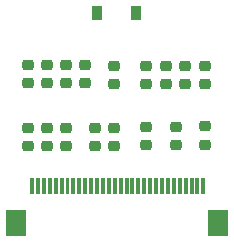
<source format=gbr>
%TF.GenerationSoftware,KiCad,Pcbnew,(6.0.6)*%
%TF.CreationDate,2022-07-10T15:34:21+02:00*%
%TF.ProjectId,epd,6570642e-6b69-4636-9164-5f7063625858,rev?*%
%TF.SameCoordinates,Original*%
%TF.FileFunction,Paste,Bot*%
%TF.FilePolarity,Positive*%
%FSLAX46Y46*%
G04 Gerber Fmt 4.6, Leading zero omitted, Abs format (unit mm)*
G04 Created by KiCad (PCBNEW (6.0.6)) date 2022-07-10 15:34:21*
%MOMM*%
%LPD*%
G01*
G04 APERTURE LIST*
G04 Aperture macros list*
%AMRoundRect*
0 Rectangle with rounded corners*
0 $1 Rounding radius*
0 $2 $3 $4 $5 $6 $7 $8 $9 X,Y pos of 4 corners*
0 Add a 4 corners polygon primitive as box body*
4,1,4,$2,$3,$4,$5,$6,$7,$8,$9,$2,$3,0*
0 Add four circle primitives for the rounded corners*
1,1,$1+$1,$2,$3*
1,1,$1+$1,$4,$5*
1,1,$1+$1,$6,$7*
1,1,$1+$1,$8,$9*
0 Add four rect primitives between the rounded corners*
20,1,$1+$1,$2,$3,$4,$5,0*
20,1,$1+$1,$4,$5,$6,$7,0*
20,1,$1+$1,$6,$7,$8,$9,0*
20,1,$1+$1,$8,$9,$2,$3,0*%
G04 Aperture macros list end*
%ADD10C,0.010000*%
%ADD11RoundRect,0.225000X-0.250000X0.225000X-0.250000X-0.225000X0.250000X-0.225000X0.250000X0.225000X0*%
%ADD12R,0.900000X1.200000*%
%ADD13RoundRect,0.225000X0.250000X-0.225000X0.250000X0.225000X-0.250000X0.225000X-0.250000X-0.225000X0*%
%ADD14R,1.800000X2.200000*%
G04 APERTURE END LIST*
%TO.C,J1*%
G36*
X155123620Y-95850341D02*
G01*
X154875000Y-95850341D01*
X154875000Y-94550000D01*
X155123620Y-94550000D01*
X155123620Y-95850341D01*
G37*
D10*
X155123620Y-95850341D02*
X154875000Y-95850341D01*
X154875000Y-94550000D01*
X155123620Y-94550000D01*
X155123620Y-95850341D01*
G36*
X150620420Y-95850418D02*
G01*
X150375000Y-95850418D01*
X150375000Y-94550000D01*
X150620420Y-94550000D01*
X150620420Y-95850418D01*
G37*
X150620420Y-95850418D02*
X150375000Y-95850418D01*
X150375000Y-94550000D01*
X150620420Y-94550000D01*
X150620420Y-95850418D01*
G36*
X154619070Y-95851233D02*
G01*
X154375000Y-95851233D01*
X154375000Y-94550000D01*
X154619070Y-94550000D01*
X154619070Y-95851233D01*
G37*
X154619070Y-95851233D02*
X154375000Y-95851233D01*
X154375000Y-94550000D01*
X154619070Y-94550000D01*
X154619070Y-95851233D01*
G36*
X155624310Y-95850212D02*
G01*
X155375000Y-95850212D01*
X155375000Y-94550000D01*
X155624310Y-94550000D01*
X155624310Y-95850212D01*
G37*
X155624310Y-95850212D02*
X155375000Y-95850212D01*
X155375000Y-94550000D01*
X155624310Y-94550000D01*
X155624310Y-95850212D01*
G36*
X162131210Y-95850923D02*
G01*
X161875000Y-95850923D01*
X161875000Y-94550000D01*
X162131210Y-94550000D01*
X162131210Y-95850923D01*
G37*
X162131210Y-95850923D02*
X161875000Y-95850923D01*
X161875000Y-94550000D01*
X162131210Y-94550000D01*
X162131210Y-95850923D01*
G36*
X161131700Y-95851290D02*
G01*
X160875000Y-95851290D01*
X160875000Y-94550000D01*
X161131700Y-94550000D01*
X161131700Y-95851290D01*
G37*
X161131700Y-95851290D02*
X160875000Y-95851290D01*
X160875000Y-94550000D01*
X161131700Y-94550000D01*
X161131700Y-95851290D01*
G36*
X160627520Y-95850571D02*
G01*
X160375000Y-95850571D01*
X160375000Y-94550000D01*
X160627520Y-94550000D01*
X160627520Y-95850571D01*
G37*
X160627520Y-95850571D02*
X160375000Y-95850571D01*
X160375000Y-94550000D01*
X160627520Y-94550000D01*
X160627520Y-95850571D01*
G36*
X164136870Y-95851210D02*
G01*
X163875000Y-95851210D01*
X163875000Y-94550000D01*
X164136870Y-94550000D01*
X164136870Y-95851210D01*
G37*
X164136870Y-95851210D02*
X163875000Y-95851210D01*
X163875000Y-94550000D01*
X164136870Y-94550000D01*
X164136870Y-95851210D01*
G36*
X158626653Y-95851228D02*
G01*
X158375000Y-95851228D01*
X158375000Y-94550000D01*
X158626653Y-94550000D01*
X158626653Y-95851228D01*
G37*
X158626653Y-95851228D02*
X158375000Y-95851228D01*
X158375000Y-94550000D01*
X158626653Y-94550000D01*
X158626653Y-95851228D01*
G36*
X153624690Y-95850049D02*
G01*
X153375000Y-95850049D01*
X153375000Y-94550000D01*
X153624690Y-94550000D01*
X153624690Y-95850049D01*
G37*
X153624690Y-95850049D02*
X153375000Y-95850049D01*
X153375000Y-94550000D01*
X153624690Y-94550000D01*
X153624690Y-95850049D01*
G36*
X156124160Y-95850337D02*
G01*
X155875000Y-95850337D01*
X155875000Y-94550000D01*
X156124160Y-94550000D01*
X156124160Y-95850337D01*
G37*
X156124160Y-95850337D02*
X155875000Y-95850337D01*
X155875000Y-94550000D01*
X156124160Y-94550000D01*
X156124160Y-95850337D01*
G36*
X151624300Y-95850074D02*
G01*
X151375000Y-95850074D01*
X151375000Y-94550000D01*
X151624300Y-94550000D01*
X151624300Y-95850074D01*
G37*
X151624300Y-95850074D02*
X151375000Y-95850074D01*
X151375000Y-94550000D01*
X151624300Y-94550000D01*
X151624300Y-95850074D01*
G36*
X159125160Y-95850074D02*
G01*
X158875000Y-95850074D01*
X158875000Y-94550000D01*
X159125160Y-94550000D01*
X159125160Y-95850074D01*
G37*
X159125160Y-95850074D02*
X158875000Y-95850074D01*
X158875000Y-94550000D01*
X159125160Y-94550000D01*
X159125160Y-95850074D01*
G36*
X152617100Y-95851002D02*
G01*
X152375000Y-95851002D01*
X152375000Y-94550000D01*
X152617100Y-94550000D01*
X152617100Y-95851002D01*
G37*
X152617100Y-95851002D02*
X152375000Y-95851002D01*
X152375000Y-94550000D01*
X152617100Y-94550000D01*
X152617100Y-95851002D01*
G36*
X163127130Y-95850258D02*
G01*
X162875000Y-95850258D01*
X162875000Y-94550000D01*
X163127130Y-94550000D01*
X163127130Y-95850258D01*
G37*
X163127130Y-95850258D02*
X162875000Y-95850258D01*
X162875000Y-94550000D01*
X163127130Y-94550000D01*
X163127130Y-95850258D01*
G36*
X152114110Y-95851259D02*
G01*
X151875000Y-95851259D01*
X151875000Y-94550000D01*
X152114110Y-94550000D01*
X152114110Y-95851259D01*
G37*
X152114110Y-95851259D02*
X151875000Y-95851259D01*
X151875000Y-94550000D01*
X152114110Y-94550000D01*
X152114110Y-95851259D01*
G36*
X159625170Y-95850058D02*
G01*
X159375000Y-95850058D01*
X159375000Y-94550000D01*
X159625170Y-94550000D01*
X159625170Y-95850058D01*
G37*
X159625170Y-95850058D02*
X159375000Y-95850058D01*
X159375000Y-94550000D01*
X159625170Y-94550000D01*
X159625170Y-95850058D01*
G36*
X165139160Y-95851248D02*
G01*
X164875000Y-95851248D01*
X164875000Y-94550000D01*
X165139160Y-94550000D01*
X165139160Y-95851248D01*
G37*
X165139160Y-95851248D02*
X164875000Y-95851248D01*
X164875000Y-94550000D01*
X165139160Y-94550000D01*
X165139160Y-95851248D01*
G36*
X161630360Y-95850898D02*
G01*
X161375000Y-95850898D01*
X161375000Y-94550000D01*
X161630360Y-94550000D01*
X161630360Y-95850898D01*
G37*
X161630360Y-95850898D02*
X161375000Y-95850898D01*
X161375000Y-94550000D01*
X161630360Y-94550000D01*
X161630360Y-95850898D01*
G36*
X158125319Y-95850552D02*
G01*
X157875000Y-95850552D01*
X157875000Y-94550000D01*
X158125319Y-94550000D01*
X158125319Y-95850552D01*
G37*
X158125319Y-95850552D02*
X157875000Y-95850552D01*
X157875000Y-94550000D01*
X158125319Y-94550000D01*
X158125319Y-95850552D01*
G36*
X160127580Y-95850707D02*
G01*
X159875000Y-95850707D01*
X159875000Y-94550000D01*
X160127580Y-94550000D01*
X160127580Y-95850707D01*
G37*
X160127580Y-95850707D02*
X159875000Y-95850707D01*
X159875000Y-94550000D01*
X160127580Y-94550000D01*
X160127580Y-95850707D01*
G36*
X156624560Y-95850257D02*
G01*
X156375000Y-95850257D01*
X156375000Y-94550000D01*
X156624560Y-94550000D01*
X156624560Y-95850257D01*
G37*
X156624560Y-95850257D02*
X156375000Y-95850257D01*
X156375000Y-94550000D01*
X156624560Y-94550000D01*
X156624560Y-95850257D01*
G36*
X157123778Y-95851271D02*
G01*
X156875000Y-95851271D01*
X156875000Y-94550000D01*
X157123778Y-94550000D01*
X157123778Y-95851271D01*
G37*
X157123778Y-95851271D02*
X156875000Y-95851271D01*
X156875000Y-94550000D01*
X157123778Y-94550000D01*
X157123778Y-95851271D01*
G36*
X157624910Y-95850469D02*
G01*
X157375000Y-95850469D01*
X157375000Y-94550000D01*
X157624910Y-94550000D01*
X157624910Y-95850469D01*
G37*
X157624910Y-95850469D02*
X157375000Y-95850469D01*
X157375000Y-94550000D01*
X157624910Y-94550000D01*
X157624910Y-95850469D01*
G36*
X163632220Y-95850799D02*
G01*
X163375000Y-95850799D01*
X163375000Y-94550000D01*
X163632220Y-94550000D01*
X163632220Y-95850799D01*
G37*
X163632220Y-95850799D02*
X163375000Y-95850799D01*
X163375000Y-94550000D01*
X163632220Y-94550000D01*
X163632220Y-95850799D01*
G36*
X154118770Y-95851117D02*
G01*
X153875000Y-95851117D01*
X153875000Y-94550000D01*
X154118770Y-94550000D01*
X154118770Y-95851117D01*
G37*
X154118770Y-95851117D02*
X153875000Y-95851117D01*
X153875000Y-94550000D01*
X154118770Y-94550000D01*
X154118770Y-95851117D01*
G36*
X151120960Y-95850397D02*
G01*
X150875000Y-95850397D01*
X150875000Y-94550000D01*
X151120960Y-94550000D01*
X151120960Y-95850397D01*
G37*
X151120960Y-95850397D02*
X150875000Y-95850397D01*
X150875000Y-94550000D01*
X151120960Y-94550000D01*
X151120960Y-95850397D01*
G36*
X164629980Y-95850471D02*
G01*
X164375000Y-95850471D01*
X164375000Y-94550000D01*
X164629980Y-94550000D01*
X164629980Y-95850471D01*
G37*
X164629980Y-95850471D02*
X164375000Y-95850471D01*
X164375000Y-94550000D01*
X164629980Y-94550000D01*
X164629980Y-95850471D01*
G36*
X162629410Y-95850588D02*
G01*
X162375000Y-95850588D01*
X162375000Y-94550000D01*
X162629410Y-94550000D01*
X162629410Y-95850588D01*
G37*
X162629410Y-95850588D02*
X162375000Y-95850588D01*
X162375000Y-94550000D01*
X162629410Y-94550000D01*
X162629410Y-95850588D01*
G36*
X153123870Y-95850159D02*
G01*
X152875000Y-95850159D01*
X152875000Y-94550000D01*
X153123870Y-94550000D01*
X153123870Y-95850159D01*
G37*
X153123870Y-95850159D02*
X152875000Y-95850159D01*
X152875000Y-94550000D01*
X153123870Y-94550000D01*
X153123870Y-95850159D01*
%TD*%
D11*
%TO.C,C14*%
X162712320Y-90224772D03*
X162712320Y-91774772D03*
%TD*%
%TO.C,C10*%
X157492320Y-85049772D03*
X157492320Y-86599772D03*
%TD*%
D12*
%TO.C,D1*%
X159342320Y-80574772D03*
X156042320Y-80574772D03*
%TD*%
D11*
%TO.C,C8*%
X154992320Y-84999772D03*
X154992320Y-86549772D03*
%TD*%
D13*
%TO.C,C13*%
X161862320Y-86599772D03*
X161862320Y-85049772D03*
%TD*%
%TO.C,C1*%
X151792320Y-91849772D03*
X151792320Y-90299772D03*
%TD*%
D11*
%TO.C,C9*%
X155892320Y-90299772D03*
X155892320Y-91849772D03*
%TD*%
D13*
%TO.C,C5*%
X150192320Y-91849772D03*
X150192320Y-90299772D03*
%TD*%
D11*
%TO.C,C12*%
X160212320Y-90249772D03*
X160212320Y-91799772D03*
%TD*%
%TO.C,C7*%
X153392320Y-84999772D03*
X153392320Y-86549772D03*
%TD*%
D13*
%TO.C,C11*%
X160212320Y-86599772D03*
X160212320Y-85049772D03*
%TD*%
D11*
%TO.C,C2*%
X150192320Y-85000088D03*
X150192320Y-86550088D03*
%TD*%
%TO.C,C3*%
X151792320Y-85000088D03*
X151792320Y-86550088D03*
%TD*%
%TO.C,C6*%
X153392320Y-90299772D03*
X153392320Y-91849772D03*
%TD*%
%TO.C,C4*%
X157492320Y-90299772D03*
X157492320Y-91849772D03*
%TD*%
D14*
%TO.C,J1*%
X149200000Y-98400000D03*
X166300000Y-98400000D03*
%TD*%
D11*
%TO.C,C16*%
X165212320Y-85049772D03*
X165212320Y-86599772D03*
%TD*%
%TO.C,C17*%
X165212320Y-90199772D03*
X165212320Y-91749772D03*
%TD*%
%TO.C,C15*%
X163512320Y-85049772D03*
X163512320Y-86599772D03*
%TD*%
M02*

</source>
